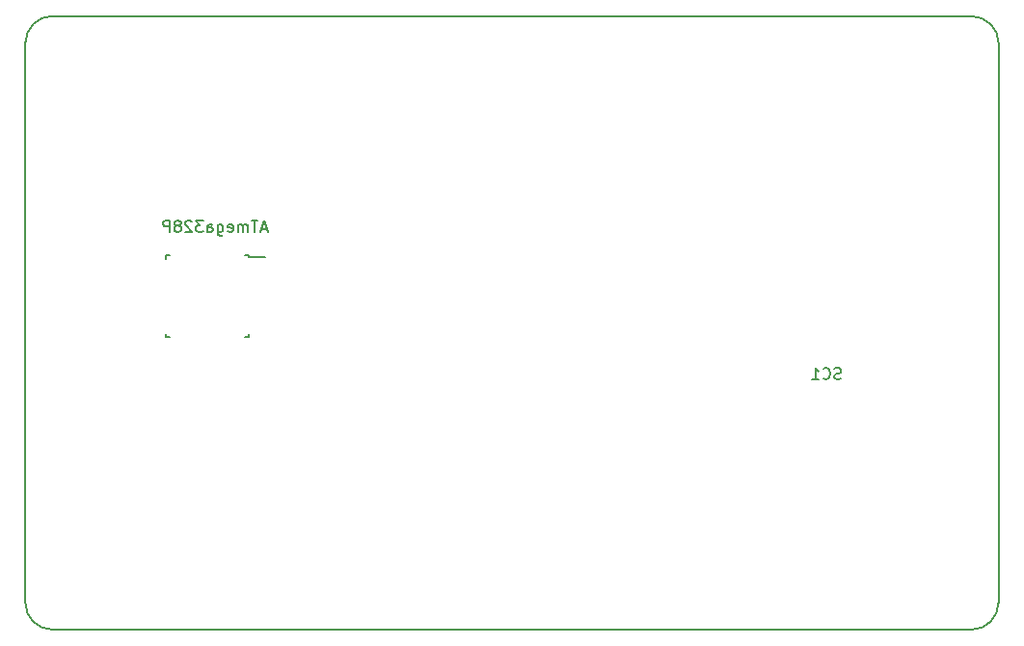
<source format=gbr>
%TF.GenerationSoftware,KiCad,Pcbnew,4.0.2+dfsg1-stable*%
%TF.CreationDate,2018-07-13T19:48:40+02:00*%
%TF.ProjectId,carte_7816,63617274655F373831362E6B69636164,rev?*%
%TF.FileFunction,Legend,Bot*%
%FSLAX46Y46*%
G04 Gerber Fmt 4.6, Leading zero omitted, Abs format (unit mm)*
G04 Created by KiCad (PCBNEW 4.0.2+dfsg1-stable) date ven. 13 juil. 2018 19:48:40 CEST*
%MOMM*%
G01*
G04 APERTURE LIST*
%ADD10C,0.100000*%
%ADD11C,0.150000*%
G04 APERTURE END LIST*
D10*
D11*
X85471000Y51562000D02*
X85471000Y2413000D01*
X2413000Y0D02*
X83058000Y0D01*
X0Y51562000D02*
X0Y2413000D01*
X83058000Y53975000D02*
X2413000Y53975000D01*
X83058000Y0D02*
G75*
G03X85471000Y2413000I0J2413000D01*
G01*
X0Y2413000D02*
G75*
G03X2413000Y0I2413000J0D01*
G01*
X2413000Y53975000D02*
G75*
G03X0Y51562000I0J-2413000D01*
G01*
X85471000Y51562000D02*
G75*
G03X83058000Y53975000I-2413000J0D01*
G01*
X19627000Y32962000D02*
X19627000Y32737000D01*
X12377000Y32962000D02*
X12377000Y32637000D01*
X12377000Y25712000D02*
X12377000Y26037000D01*
X19627000Y25712000D02*
X19627000Y26037000D01*
X19627000Y32962000D02*
X19302000Y32962000D01*
X19627000Y25712000D02*
X19302000Y25712000D01*
X12377000Y25712000D02*
X12702000Y25712000D01*
X12377000Y32962000D02*
X12702000Y32962000D01*
X19627000Y32737000D02*
X21052000Y32737000D01*
X21184619Y35266333D02*
X20708428Y35266333D01*
X21279857Y34980619D02*
X20946524Y35980619D01*
X20613190Y34980619D01*
X20422714Y35980619D02*
X19851285Y35980619D01*
X20137000Y34980619D02*
X20137000Y35980619D01*
X19517952Y34980619D02*
X19517952Y35647286D01*
X19517952Y35552048D02*
X19470333Y35599667D01*
X19375095Y35647286D01*
X19232237Y35647286D01*
X19136999Y35599667D01*
X19089380Y35504429D01*
X19089380Y34980619D01*
X19089380Y35504429D02*
X19041761Y35599667D01*
X18946523Y35647286D01*
X18803666Y35647286D01*
X18708428Y35599667D01*
X18660809Y35504429D01*
X18660809Y34980619D01*
X17803666Y35028238D02*
X17898904Y34980619D01*
X18089381Y34980619D01*
X18184619Y35028238D01*
X18232238Y35123476D01*
X18232238Y35504429D01*
X18184619Y35599667D01*
X18089381Y35647286D01*
X17898904Y35647286D01*
X17803666Y35599667D01*
X17756047Y35504429D01*
X17756047Y35409190D01*
X18232238Y35313952D01*
X16898904Y35647286D02*
X16898904Y34837762D01*
X16946523Y34742524D01*
X16994142Y34694905D01*
X17089381Y34647286D01*
X17232238Y34647286D01*
X17327476Y34694905D01*
X16898904Y35028238D02*
X16994142Y34980619D01*
X17184619Y34980619D01*
X17279857Y35028238D01*
X17327476Y35075857D01*
X17375095Y35171095D01*
X17375095Y35456810D01*
X17327476Y35552048D01*
X17279857Y35599667D01*
X17184619Y35647286D01*
X16994142Y35647286D01*
X16898904Y35599667D01*
X15994142Y34980619D02*
X15994142Y35504429D01*
X16041761Y35599667D01*
X16136999Y35647286D01*
X16327476Y35647286D01*
X16422714Y35599667D01*
X15994142Y35028238D02*
X16089380Y34980619D01*
X16327476Y34980619D01*
X16422714Y35028238D01*
X16470333Y35123476D01*
X16470333Y35218714D01*
X16422714Y35313952D01*
X16327476Y35361571D01*
X16089380Y35361571D01*
X15994142Y35409190D01*
X15613190Y35980619D02*
X14994142Y35980619D01*
X15327476Y35599667D01*
X15184618Y35599667D01*
X15089380Y35552048D01*
X15041761Y35504429D01*
X14994142Y35409190D01*
X14994142Y35171095D01*
X15041761Y35075857D01*
X15089380Y35028238D01*
X15184618Y34980619D01*
X15470333Y34980619D01*
X15565571Y35028238D01*
X15613190Y35075857D01*
X14613190Y35885381D02*
X14565571Y35933000D01*
X14470333Y35980619D01*
X14232237Y35980619D01*
X14136999Y35933000D01*
X14089380Y35885381D01*
X14041761Y35790143D01*
X14041761Y35694905D01*
X14089380Y35552048D01*
X14660809Y34980619D01*
X14041761Y34980619D01*
X13470333Y35552048D02*
X13565571Y35599667D01*
X13613190Y35647286D01*
X13660809Y35742524D01*
X13660809Y35790143D01*
X13613190Y35885381D01*
X13565571Y35933000D01*
X13470333Y35980619D01*
X13279856Y35980619D01*
X13184618Y35933000D01*
X13136999Y35885381D01*
X13089380Y35790143D01*
X13089380Y35742524D01*
X13136999Y35647286D01*
X13184618Y35599667D01*
X13279856Y35552048D01*
X13470333Y35552048D01*
X13565571Y35504429D01*
X13613190Y35456810D01*
X13660809Y35361571D01*
X13660809Y35171095D01*
X13613190Y35075857D01*
X13565571Y35028238D01*
X13470333Y34980619D01*
X13279856Y34980619D01*
X13184618Y35028238D01*
X13136999Y35075857D01*
X13089380Y35171095D01*
X13089380Y35361571D01*
X13136999Y35456810D01*
X13184618Y35504429D01*
X13279856Y35552048D01*
X12660809Y34980619D02*
X12660809Y35980619D01*
X12279856Y35980619D01*
X12184618Y35933000D01*
X12136999Y35885381D01*
X12089380Y35790143D01*
X12089380Y35647286D01*
X12136999Y35552048D01*
X12184618Y35504429D01*
X12279856Y35456810D01*
X12660809Y35456810D01*
X71619905Y22074238D02*
X71477048Y22026619D01*
X71238952Y22026619D01*
X71143714Y22074238D01*
X71096095Y22121857D01*
X71048476Y22217095D01*
X71048476Y22312333D01*
X71096095Y22407571D01*
X71143714Y22455190D01*
X71238952Y22502810D01*
X71429429Y22550429D01*
X71524667Y22598048D01*
X71572286Y22645667D01*
X71619905Y22740905D01*
X71619905Y22836143D01*
X71572286Y22931381D01*
X71524667Y22979000D01*
X71429429Y23026619D01*
X71191333Y23026619D01*
X71048476Y22979000D01*
X70048476Y22121857D02*
X70096095Y22074238D01*
X70238952Y22026619D01*
X70334190Y22026619D01*
X70477048Y22074238D01*
X70572286Y22169476D01*
X70619905Y22264714D01*
X70667524Y22455190D01*
X70667524Y22598048D01*
X70619905Y22788524D01*
X70572286Y22883762D01*
X70477048Y22979000D01*
X70334190Y23026619D01*
X70238952Y23026619D01*
X70096095Y22979000D01*
X70048476Y22931381D01*
X69096095Y22026619D02*
X69667524Y22026619D01*
X69381810Y22026619D02*
X69381810Y23026619D01*
X69477048Y22883762D01*
X69572286Y22788524D01*
X69667524Y22740905D01*
M02*

</source>
